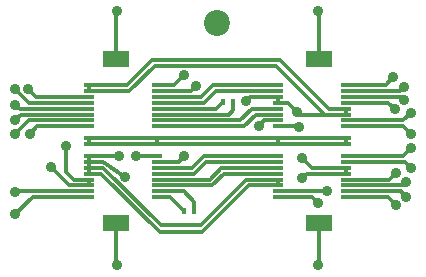
<source format=gtl>
G04 (created by PCBNEW (2013-jul-07)-stable) date Fri 02 May 2014 10:31:21 AM CDT*
%MOIN*%
G04 Gerber Fmt 3.4, Leading zero omitted, Abs format*
%FSLAX34Y34*%
G01*
G70*
G90*
G04 APERTURE LIST*
%ADD10C,0.00590551*%
%ADD11R,0.0157X0.0236*%
%ADD12R,0.0354331X0.011811*%
%ADD13R,0.0866142X0.0531496*%
%ADD14C,0.0866142*%
%ADD15C,0.035*%
%ADD16C,0.011811*%
G04 APERTURE END LIST*
G54D10*
G54D11*
X33090Y-47204D03*
X32736Y-47204D03*
X34035Y-43582D03*
X34389Y-43582D03*
G54D12*
X31830Y-46751D03*
X29586Y-46751D03*
X31830Y-46555D03*
X29586Y-46555D03*
X31830Y-46358D03*
X29586Y-46358D03*
X31830Y-46161D03*
X29586Y-46161D03*
X31830Y-45964D03*
X29586Y-45964D03*
X31830Y-45767D03*
X29586Y-45767D03*
X31830Y-45570D03*
X29586Y-45570D03*
X31830Y-45374D03*
X29586Y-45374D03*
X31830Y-44980D03*
X29586Y-44980D03*
X31830Y-44783D03*
X29586Y-44783D03*
X31830Y-44389D03*
X29586Y-44389D03*
X31830Y-44192D03*
X29586Y-44192D03*
X31830Y-43996D03*
X29586Y-43996D03*
X31830Y-43799D03*
X29586Y-43799D03*
X31830Y-43602D03*
X29586Y-43602D03*
X31830Y-43405D03*
X29586Y-43405D03*
X31830Y-43208D03*
X29586Y-43208D03*
X31830Y-43011D03*
X29586Y-43011D03*
G54D13*
X30472Y-47610D03*
X30472Y-42155D03*
G54D12*
X35885Y-43011D03*
X38129Y-43011D03*
X35885Y-43208D03*
X38129Y-43208D03*
X35885Y-43405D03*
X38129Y-43405D03*
X35885Y-43602D03*
X38129Y-43602D03*
X35885Y-43799D03*
X38129Y-43799D03*
X35885Y-43996D03*
X38129Y-43996D03*
X35885Y-44192D03*
X38129Y-44192D03*
X35885Y-44389D03*
X38129Y-44389D03*
X35885Y-44783D03*
X38129Y-44783D03*
X35885Y-44980D03*
X38129Y-44980D03*
X35885Y-45374D03*
X38129Y-45374D03*
X35885Y-45570D03*
X38129Y-45570D03*
X35885Y-45767D03*
X38129Y-45767D03*
X35885Y-45964D03*
X38129Y-45964D03*
X35885Y-46161D03*
X38129Y-46161D03*
X35885Y-46358D03*
X38129Y-46358D03*
X35885Y-46555D03*
X38129Y-46555D03*
X35885Y-46751D03*
X38129Y-46751D03*
G54D13*
X37244Y-42153D03*
X37244Y-47608D03*
G54D14*
X33858Y-40944D03*
G54D15*
X37204Y-49015D03*
X30511Y-49015D03*
X37204Y-40551D03*
X30511Y-40551D03*
X39803Y-47007D03*
X40157Y-46732D03*
X40157Y-46259D03*
X39803Y-45944D03*
X40314Y-45787D03*
X40314Y-45118D03*
X39724Y-42755D03*
X40078Y-43070D03*
X40078Y-43503D03*
X39763Y-43818D03*
X40314Y-43937D03*
X40314Y-44645D03*
X27125Y-46574D03*
X27125Y-47322D03*
X27559Y-43149D03*
X27598Y-44645D03*
X27125Y-44645D03*
X27125Y-43149D03*
X27125Y-44173D03*
X27125Y-43661D03*
X32755Y-42677D03*
X37519Y-46535D03*
X33149Y-43031D03*
X37204Y-46929D03*
X31141Y-45393D03*
X35236Y-44370D03*
X36574Y-44409D03*
X32755Y-45393D03*
X28307Y-45748D03*
X36496Y-43897D03*
X34803Y-43543D03*
X28818Y-45039D03*
X36692Y-46102D03*
X30787Y-46062D03*
X36692Y-45433D03*
X30590Y-45393D03*
G54D16*
X37244Y-47608D02*
X37244Y-48976D01*
X37244Y-48976D02*
X37204Y-49015D01*
X30472Y-47610D02*
X30472Y-48976D01*
X30472Y-48976D02*
X30511Y-49015D01*
X37244Y-42153D02*
X37244Y-40590D01*
X37244Y-40590D02*
X37204Y-40551D01*
X30472Y-42155D02*
X30472Y-40590D01*
X30472Y-40590D02*
X30511Y-40551D01*
X38129Y-46751D02*
X39547Y-46751D01*
X39547Y-46751D02*
X39803Y-47007D01*
X38129Y-46555D02*
X39980Y-46555D01*
X39980Y-46555D02*
X40157Y-46732D01*
X38129Y-46358D02*
X40059Y-46358D01*
X40059Y-46358D02*
X40157Y-46259D01*
X38129Y-46161D02*
X39586Y-46161D01*
X39586Y-46161D02*
X39803Y-45944D01*
X38129Y-45570D02*
X40098Y-45570D01*
X40098Y-45570D02*
X40314Y-45787D01*
X38129Y-45374D02*
X40059Y-45374D01*
X40059Y-45374D02*
X40314Y-45118D01*
X38129Y-43011D02*
X39468Y-43011D01*
X39468Y-43011D02*
X39724Y-42755D01*
X38129Y-43208D02*
X39940Y-43208D01*
X39940Y-43208D02*
X40078Y-43070D01*
X38129Y-43405D02*
X39980Y-43405D01*
X39980Y-43405D02*
X40078Y-43503D01*
X38129Y-43602D02*
X39547Y-43602D01*
X39547Y-43602D02*
X39763Y-43818D01*
X38129Y-44192D02*
X40059Y-44192D01*
X40059Y-44192D02*
X40314Y-43937D01*
X38129Y-44389D02*
X40059Y-44389D01*
X40059Y-44389D02*
X40314Y-44645D01*
X29586Y-46555D02*
X27145Y-46555D01*
X27145Y-46555D02*
X27125Y-46574D01*
X29586Y-46751D02*
X27696Y-46751D01*
X27696Y-46751D02*
X27125Y-47322D01*
X29586Y-43405D02*
X27814Y-43405D01*
X27814Y-43405D02*
X27559Y-43149D01*
X29586Y-44389D02*
X27854Y-44389D01*
X27854Y-44389D02*
X27598Y-44645D01*
X29586Y-44192D02*
X27578Y-44192D01*
X27578Y-44192D02*
X27125Y-44645D01*
X29586Y-43602D02*
X27578Y-43602D01*
X27578Y-43602D02*
X27125Y-43149D01*
X29586Y-43996D02*
X27303Y-43996D01*
X27303Y-43996D02*
X27125Y-44173D01*
X29586Y-43799D02*
X27263Y-43799D01*
X27263Y-43799D02*
X27125Y-43661D01*
X38129Y-44783D02*
X38129Y-44980D01*
X35885Y-44783D02*
X35885Y-44980D01*
X29586Y-44783D02*
X29586Y-44980D01*
X31830Y-44783D02*
X31830Y-44980D01*
X35885Y-44980D02*
X38129Y-44980D01*
X35885Y-44783D02*
X38129Y-44783D01*
X29586Y-44980D02*
X31830Y-44980D01*
X29586Y-44783D02*
X31830Y-44783D01*
X31830Y-44980D02*
X35885Y-44980D01*
X31830Y-44783D02*
X35885Y-44783D01*
X31830Y-43011D02*
X32421Y-43011D01*
X37519Y-46535D02*
X37185Y-46555D01*
X37185Y-46555D02*
X35885Y-46555D01*
X32421Y-43011D02*
X32755Y-42677D01*
X31830Y-43208D02*
X32972Y-43208D01*
X37204Y-46929D02*
X37026Y-46751D01*
X37026Y-46751D02*
X35905Y-46751D01*
X35905Y-46751D02*
X35885Y-46751D01*
X32972Y-43208D02*
X33149Y-43031D01*
X31830Y-46555D02*
X32736Y-46555D01*
X33090Y-46909D02*
X33090Y-47204D01*
X32736Y-46555D02*
X33090Y-46909D01*
X31830Y-46751D02*
X32283Y-46751D01*
X32283Y-46751D02*
X32736Y-47204D01*
X31830Y-46161D02*
X33600Y-46161D01*
X35885Y-45768D02*
X35885Y-45767D01*
X33993Y-45768D02*
X35885Y-45768D01*
X33600Y-46161D02*
X33993Y-45768D01*
X31830Y-46358D02*
X33681Y-46358D01*
X34074Y-45964D02*
X35885Y-45964D01*
X33681Y-46358D02*
X34074Y-45964D01*
X31830Y-43405D02*
X33326Y-43405D01*
X33720Y-43011D02*
X35885Y-43011D01*
X33326Y-43405D02*
X33720Y-43011D01*
X31830Y-43602D02*
X33425Y-43602D01*
X35885Y-43207D02*
X35885Y-43208D01*
X33819Y-43207D02*
X35885Y-43207D01*
X33425Y-43602D02*
X33819Y-43207D01*
X31830Y-43799D02*
X33819Y-43799D01*
X33819Y-43799D02*
X34035Y-43582D01*
X31830Y-43996D02*
X34232Y-43996D01*
X34389Y-43838D02*
X34389Y-43582D01*
X34232Y-43996D02*
X34389Y-43838D01*
X35885Y-43799D02*
X35017Y-43799D01*
X31830Y-44193D02*
X31830Y-44192D01*
X34623Y-44193D02*
X31830Y-44193D01*
X35017Y-43799D02*
X34623Y-44193D01*
X31830Y-44389D02*
X34744Y-44389D01*
X35885Y-43996D02*
X35885Y-43996D01*
X35137Y-43996D02*
X35885Y-43996D01*
X34744Y-44389D02*
X35137Y-43996D01*
X35885Y-44192D02*
X35413Y-44192D01*
X31830Y-45374D02*
X31830Y-45374D01*
X31160Y-45374D02*
X31830Y-45374D01*
X31141Y-45393D02*
X31160Y-45374D01*
X35413Y-44192D02*
X35236Y-44370D01*
X31830Y-45570D02*
X32578Y-45570D01*
X36555Y-44389D02*
X35885Y-44389D01*
X36574Y-44409D02*
X36555Y-44389D01*
X32578Y-45570D02*
X32755Y-45393D01*
X31830Y-45767D02*
X33010Y-45767D01*
X35885Y-45374D02*
X35885Y-45374D01*
X33403Y-45374D02*
X35885Y-45374D01*
X33010Y-45767D02*
X33403Y-45374D01*
X31830Y-45964D02*
X33090Y-45964D01*
X33484Y-45570D02*
X35885Y-45570D01*
X33090Y-45964D02*
X33484Y-45570D01*
X37795Y-43996D02*
X36594Y-43996D01*
X36594Y-43996D02*
X36496Y-43897D01*
X38129Y-43799D02*
X38129Y-43996D01*
X38129Y-43996D02*
X38129Y-43996D01*
X35885Y-43405D02*
X35885Y-43603D01*
X35885Y-43603D02*
X35885Y-43602D01*
X29586Y-43011D02*
X29586Y-43208D01*
X29586Y-46161D02*
X29586Y-46358D01*
X29586Y-46358D02*
X28917Y-46358D01*
X28917Y-46358D02*
X28307Y-45748D01*
X36201Y-43603D02*
X35885Y-43603D01*
X36496Y-43897D02*
X36201Y-43603D01*
X35885Y-43603D02*
X35885Y-43602D01*
X29586Y-46161D02*
X29074Y-46161D01*
X34940Y-43405D02*
X35885Y-43405D01*
X34803Y-43543D02*
X34940Y-43405D01*
X28818Y-45905D02*
X28818Y-45039D01*
X29074Y-46161D02*
X28818Y-45905D01*
X29586Y-43011D02*
X30846Y-43011D01*
X37578Y-43799D02*
X38129Y-43799D01*
X35944Y-42165D02*
X37578Y-43799D01*
X31692Y-42165D02*
X35944Y-42165D01*
X30846Y-43011D02*
X31692Y-42165D01*
X29586Y-43208D02*
X30925Y-43208D01*
X35826Y-42362D02*
X37460Y-43996D01*
X31771Y-42362D02*
X35826Y-42362D01*
X30925Y-43208D02*
X31771Y-42362D01*
X37460Y-43996D02*
X37795Y-43996D01*
X37795Y-43996D02*
X38129Y-43996D01*
X38129Y-45767D02*
X38129Y-45964D01*
X35885Y-46161D02*
X35885Y-46359D01*
X35885Y-46359D02*
X35885Y-46358D01*
X29586Y-45374D02*
X29586Y-45570D01*
X29586Y-45570D02*
X29586Y-45767D01*
X29586Y-45964D02*
X29586Y-45767D01*
X29586Y-45964D02*
X29980Y-45964D01*
X29980Y-45964D02*
X31929Y-47913D01*
X31929Y-47913D02*
X33346Y-47913D01*
X33346Y-47913D02*
X34900Y-46359D01*
X34900Y-46359D02*
X35885Y-46359D01*
X35885Y-46359D02*
X35885Y-46358D01*
X29586Y-45767D02*
X30059Y-45767D01*
X34822Y-46161D02*
X35885Y-46161D01*
X33307Y-47677D02*
X34822Y-46161D01*
X31968Y-47677D02*
X33307Y-47677D01*
X30059Y-45767D02*
X31968Y-47677D01*
X29586Y-45570D02*
X30059Y-45570D01*
X36830Y-45964D02*
X38129Y-45964D01*
X36692Y-46102D02*
X36830Y-45964D01*
X30059Y-45570D02*
X30787Y-46062D01*
X29586Y-45374D02*
X30413Y-45374D01*
X37027Y-45767D02*
X38129Y-45767D01*
X36692Y-45433D02*
X37027Y-45767D01*
X30413Y-45374D02*
X30590Y-45393D01*
M02*

</source>
